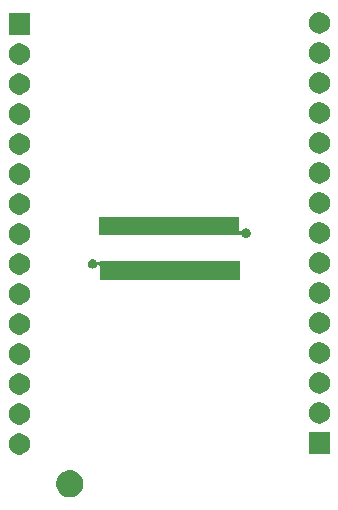
<source format=gbr>
G04 #@! TF.GenerationSoftware,KiCad,Pcbnew,(5.1.6)-1*
G04 #@! TF.CreationDate,2020-12-13T19:23:20+01:00*
G04 #@! TF.ProjectId,ACM Breakout,41434d20-4272-4656-916b-6f75742e6b69,rev?*
G04 #@! TF.SameCoordinates,Original*
G04 #@! TF.FileFunction,Soldermask,Top*
G04 #@! TF.FilePolarity,Negative*
%FSLAX46Y46*%
G04 Gerber Fmt 4.6, Leading zero omitted, Abs format (unit mm)*
G04 Created by KiCad (PCBNEW (5.1.6)-1) date 2020-12-13 19:23:20*
%MOMM*%
%LPD*%
G01*
G04 APERTURE LIST*
%ADD10C,0.100000*%
G04 APERTURE END LIST*
D10*
G36*
X-8197451Y-18783116D02*
G01*
X-8086266Y-18805232D01*
X-7876797Y-18891997D01*
X-7688280Y-19017960D01*
X-7527960Y-19178280D01*
X-7401997Y-19366797D01*
X-7315232Y-19576266D01*
X-7271000Y-19798636D01*
X-7271000Y-20025364D01*
X-7315232Y-20247734D01*
X-7401997Y-20457203D01*
X-7527960Y-20645720D01*
X-7688280Y-20806040D01*
X-7876797Y-20932003D01*
X-8086266Y-21018768D01*
X-8197451Y-21040884D01*
X-8308635Y-21063000D01*
X-8535365Y-21063000D01*
X-8646549Y-21040884D01*
X-8757734Y-21018768D01*
X-8967203Y-20932003D01*
X-9155720Y-20806040D01*
X-9316040Y-20645720D01*
X-9442003Y-20457203D01*
X-9528768Y-20247734D01*
X-9573000Y-20025364D01*
X-9573000Y-19798636D01*
X-9528768Y-19576266D01*
X-9442003Y-19366797D01*
X-9316040Y-19178280D01*
X-9155720Y-19017960D01*
X-8967203Y-18891997D01*
X-8757734Y-18805232D01*
X-8646549Y-18783116D01*
X-8535365Y-18761000D01*
X-8308635Y-18761000D01*
X-8197451Y-18783116D01*
G37*
G36*
X-12586488Y-15663927D02*
G01*
X-12437188Y-15693624D01*
X-12273216Y-15761544D01*
X-12125646Y-15860147D01*
X-12000147Y-15985646D01*
X-11901544Y-16133216D01*
X-11833624Y-16297188D01*
X-11799000Y-16471259D01*
X-11799000Y-16648741D01*
X-11833624Y-16822812D01*
X-11901544Y-16986784D01*
X-12000147Y-17134354D01*
X-12125646Y-17259853D01*
X-12273216Y-17358456D01*
X-12437188Y-17426376D01*
X-12586488Y-17456073D01*
X-12611258Y-17461000D01*
X-12788742Y-17461000D01*
X-12813512Y-17456073D01*
X-12962812Y-17426376D01*
X-13126784Y-17358456D01*
X-13274354Y-17259853D01*
X-13399853Y-17134354D01*
X-13498456Y-16986784D01*
X-13566376Y-16822812D01*
X-13601000Y-16648741D01*
X-13601000Y-16471259D01*
X-13566376Y-16297188D01*
X-13498456Y-16133216D01*
X-13399853Y-15985646D01*
X-13274354Y-15860147D01*
X-13126784Y-15761544D01*
X-12962812Y-15693624D01*
X-12813512Y-15663927D01*
X-12788742Y-15659000D01*
X-12611258Y-15659000D01*
X-12586488Y-15663927D01*
G37*
G36*
X13601000Y-17361000D02*
G01*
X11799000Y-17361000D01*
X11799000Y-15559000D01*
X13601000Y-15559000D01*
X13601000Y-17361000D01*
G37*
G36*
X-12598469Y-13121544D02*
G01*
X-12437188Y-13153624D01*
X-12273216Y-13221544D01*
X-12125646Y-13320147D01*
X-12000147Y-13445646D01*
X-11901544Y-13593216D01*
X-11833624Y-13757188D01*
X-11799000Y-13931259D01*
X-11799000Y-14108741D01*
X-11833624Y-14282812D01*
X-11901544Y-14446784D01*
X-12000147Y-14594354D01*
X-12125646Y-14719853D01*
X-12273216Y-14818456D01*
X-12437188Y-14886376D01*
X-12586488Y-14916073D01*
X-12611258Y-14921000D01*
X-12788742Y-14921000D01*
X-12813512Y-14916073D01*
X-12962812Y-14886376D01*
X-13126784Y-14818456D01*
X-13274354Y-14719853D01*
X-13399853Y-14594354D01*
X-13498456Y-14446784D01*
X-13566376Y-14282812D01*
X-13601000Y-14108741D01*
X-13601000Y-13931259D01*
X-13566376Y-13757188D01*
X-13498456Y-13593216D01*
X-13399853Y-13445646D01*
X-13274354Y-13320147D01*
X-13126784Y-13221544D01*
X-12962812Y-13153624D01*
X-12801531Y-13121544D01*
X-12788742Y-13119000D01*
X-12611258Y-13119000D01*
X-12598469Y-13121544D01*
G37*
G36*
X12813512Y-13023927D02*
G01*
X12962812Y-13053624D01*
X13126784Y-13121544D01*
X13274354Y-13220147D01*
X13399853Y-13345646D01*
X13498456Y-13493216D01*
X13566376Y-13657188D01*
X13601000Y-13831259D01*
X13601000Y-14008741D01*
X13566376Y-14182812D01*
X13498456Y-14346784D01*
X13399853Y-14494354D01*
X13274354Y-14619853D01*
X13126784Y-14718456D01*
X12962812Y-14786376D01*
X12813512Y-14816073D01*
X12788742Y-14821000D01*
X12611258Y-14821000D01*
X12586488Y-14816073D01*
X12437188Y-14786376D01*
X12273216Y-14718456D01*
X12125646Y-14619853D01*
X12000147Y-14494354D01*
X11901544Y-14346784D01*
X11833624Y-14182812D01*
X11799000Y-14008741D01*
X11799000Y-13831259D01*
X11833624Y-13657188D01*
X11901544Y-13493216D01*
X12000147Y-13345646D01*
X12125646Y-13220147D01*
X12273216Y-13121544D01*
X12437188Y-13053624D01*
X12586488Y-13023927D01*
X12611258Y-13019000D01*
X12788742Y-13019000D01*
X12813512Y-13023927D01*
G37*
G36*
X-12598469Y-10581544D02*
G01*
X-12437188Y-10613624D01*
X-12273216Y-10681544D01*
X-12125646Y-10780147D01*
X-12000147Y-10905646D01*
X-11901544Y-11053216D01*
X-11833624Y-11217188D01*
X-11799000Y-11391259D01*
X-11799000Y-11568741D01*
X-11833624Y-11742812D01*
X-11901544Y-11906784D01*
X-12000147Y-12054354D01*
X-12125646Y-12179853D01*
X-12273216Y-12278456D01*
X-12437188Y-12346376D01*
X-12586488Y-12376073D01*
X-12611258Y-12381000D01*
X-12788742Y-12381000D01*
X-12813512Y-12376073D01*
X-12962812Y-12346376D01*
X-13126784Y-12278456D01*
X-13274354Y-12179853D01*
X-13399853Y-12054354D01*
X-13498456Y-11906784D01*
X-13566376Y-11742812D01*
X-13601000Y-11568741D01*
X-13601000Y-11391259D01*
X-13566376Y-11217188D01*
X-13498456Y-11053216D01*
X-13399853Y-10905646D01*
X-13274354Y-10780147D01*
X-13126784Y-10681544D01*
X-12962812Y-10613624D01*
X-12801531Y-10581544D01*
X-12788742Y-10579000D01*
X-12611258Y-10579000D01*
X-12598469Y-10581544D01*
G37*
G36*
X12813512Y-10483927D02*
G01*
X12962812Y-10513624D01*
X13126784Y-10581544D01*
X13274354Y-10680147D01*
X13399853Y-10805646D01*
X13498456Y-10953216D01*
X13566376Y-11117188D01*
X13601000Y-11291259D01*
X13601000Y-11468741D01*
X13566376Y-11642812D01*
X13498456Y-11806784D01*
X13399853Y-11954354D01*
X13274354Y-12079853D01*
X13126784Y-12178456D01*
X12962812Y-12246376D01*
X12813512Y-12276073D01*
X12788742Y-12281000D01*
X12611258Y-12281000D01*
X12586488Y-12276073D01*
X12437188Y-12246376D01*
X12273216Y-12178456D01*
X12125646Y-12079853D01*
X12000147Y-11954354D01*
X11901544Y-11806784D01*
X11833624Y-11642812D01*
X11799000Y-11468741D01*
X11799000Y-11291259D01*
X11833624Y-11117188D01*
X11901544Y-10953216D01*
X12000147Y-10805646D01*
X12125646Y-10680147D01*
X12273216Y-10581544D01*
X12437188Y-10513624D01*
X12586488Y-10483927D01*
X12611258Y-10479000D01*
X12788742Y-10479000D01*
X12813512Y-10483927D01*
G37*
G36*
X-12598469Y-8041544D02*
G01*
X-12437188Y-8073624D01*
X-12273216Y-8141544D01*
X-12125646Y-8240147D01*
X-12000147Y-8365646D01*
X-11901544Y-8513216D01*
X-11833624Y-8677188D01*
X-11799000Y-8851259D01*
X-11799000Y-9028741D01*
X-11833624Y-9202812D01*
X-11901544Y-9366784D01*
X-12000147Y-9514354D01*
X-12125646Y-9639853D01*
X-12273216Y-9738456D01*
X-12437188Y-9806376D01*
X-12586488Y-9836073D01*
X-12611258Y-9841000D01*
X-12788742Y-9841000D01*
X-12813512Y-9836073D01*
X-12962812Y-9806376D01*
X-13126784Y-9738456D01*
X-13274354Y-9639853D01*
X-13399853Y-9514354D01*
X-13498456Y-9366784D01*
X-13566376Y-9202812D01*
X-13601000Y-9028741D01*
X-13601000Y-8851259D01*
X-13566376Y-8677188D01*
X-13498456Y-8513216D01*
X-13399853Y-8365646D01*
X-13274354Y-8240147D01*
X-13126784Y-8141544D01*
X-12962812Y-8073624D01*
X-12801531Y-8041544D01*
X-12788742Y-8039000D01*
X-12611258Y-8039000D01*
X-12598469Y-8041544D01*
G37*
G36*
X12813512Y-7943927D02*
G01*
X12962812Y-7973624D01*
X13126784Y-8041544D01*
X13274354Y-8140147D01*
X13399853Y-8265646D01*
X13498456Y-8413216D01*
X13566376Y-8577188D01*
X13601000Y-8751259D01*
X13601000Y-8928741D01*
X13566376Y-9102812D01*
X13498456Y-9266784D01*
X13399853Y-9414354D01*
X13274354Y-9539853D01*
X13126784Y-9638456D01*
X12962812Y-9706376D01*
X12813512Y-9736073D01*
X12788742Y-9741000D01*
X12611258Y-9741000D01*
X12586488Y-9736073D01*
X12437188Y-9706376D01*
X12273216Y-9638456D01*
X12125646Y-9539853D01*
X12000147Y-9414354D01*
X11901544Y-9266784D01*
X11833624Y-9102812D01*
X11799000Y-8928741D01*
X11799000Y-8751259D01*
X11833624Y-8577188D01*
X11901544Y-8413216D01*
X12000147Y-8265646D01*
X12125646Y-8140147D01*
X12273216Y-8041544D01*
X12437188Y-7973624D01*
X12586488Y-7943927D01*
X12611258Y-7939000D01*
X12788742Y-7939000D01*
X12813512Y-7943927D01*
G37*
G36*
X-12598469Y-5501544D02*
G01*
X-12437188Y-5533624D01*
X-12273216Y-5601544D01*
X-12125646Y-5700147D01*
X-12000147Y-5825646D01*
X-11901544Y-5973216D01*
X-11833624Y-6137188D01*
X-11799000Y-6311259D01*
X-11799000Y-6488741D01*
X-11833624Y-6662812D01*
X-11901544Y-6826784D01*
X-12000147Y-6974354D01*
X-12125646Y-7099853D01*
X-12273216Y-7198456D01*
X-12437188Y-7266376D01*
X-12586488Y-7296073D01*
X-12611258Y-7301000D01*
X-12788742Y-7301000D01*
X-12813512Y-7296073D01*
X-12962812Y-7266376D01*
X-13126784Y-7198456D01*
X-13274354Y-7099853D01*
X-13399853Y-6974354D01*
X-13498456Y-6826784D01*
X-13566376Y-6662812D01*
X-13601000Y-6488741D01*
X-13601000Y-6311259D01*
X-13566376Y-6137188D01*
X-13498456Y-5973216D01*
X-13399853Y-5825646D01*
X-13274354Y-5700147D01*
X-13126784Y-5601544D01*
X-12962812Y-5533624D01*
X-12801531Y-5501544D01*
X-12788742Y-5499000D01*
X-12611258Y-5499000D01*
X-12598469Y-5501544D01*
G37*
G36*
X12813512Y-5403927D02*
G01*
X12962812Y-5433624D01*
X13126784Y-5501544D01*
X13274354Y-5600147D01*
X13399853Y-5725646D01*
X13498456Y-5873216D01*
X13566376Y-6037188D01*
X13601000Y-6211259D01*
X13601000Y-6388741D01*
X13566376Y-6562812D01*
X13498456Y-6726784D01*
X13399853Y-6874354D01*
X13274354Y-6999853D01*
X13126784Y-7098456D01*
X12962812Y-7166376D01*
X12813512Y-7196073D01*
X12788742Y-7201000D01*
X12611258Y-7201000D01*
X12586488Y-7196073D01*
X12437188Y-7166376D01*
X12273216Y-7098456D01*
X12125646Y-6999853D01*
X12000147Y-6874354D01*
X11901544Y-6726784D01*
X11833624Y-6562812D01*
X11799000Y-6388741D01*
X11799000Y-6211259D01*
X11833624Y-6037188D01*
X11901544Y-5873216D01*
X12000147Y-5725646D01*
X12125646Y-5600147D01*
X12273216Y-5501544D01*
X12437188Y-5433624D01*
X12586488Y-5403927D01*
X12611258Y-5399000D01*
X12788742Y-5399000D01*
X12813512Y-5403927D01*
G37*
G36*
X-12598469Y-2961544D02*
G01*
X-12437188Y-2993624D01*
X-12273216Y-3061544D01*
X-12125646Y-3160147D01*
X-12000147Y-3285646D01*
X-11901544Y-3433216D01*
X-11833624Y-3597188D01*
X-11799000Y-3771259D01*
X-11799000Y-3948741D01*
X-11833624Y-4122812D01*
X-11901544Y-4286784D01*
X-12000147Y-4434354D01*
X-12125646Y-4559853D01*
X-12273216Y-4658456D01*
X-12437188Y-4726376D01*
X-12586488Y-4756073D01*
X-12611258Y-4761000D01*
X-12788742Y-4761000D01*
X-12813512Y-4756073D01*
X-12962812Y-4726376D01*
X-13126784Y-4658456D01*
X-13274354Y-4559853D01*
X-13399853Y-4434354D01*
X-13498456Y-4286784D01*
X-13566376Y-4122812D01*
X-13601000Y-3948741D01*
X-13601000Y-3771259D01*
X-13566376Y-3597188D01*
X-13498456Y-3433216D01*
X-13399853Y-3285646D01*
X-13274354Y-3160147D01*
X-13126784Y-3061544D01*
X-12962812Y-2993624D01*
X-12801531Y-2961544D01*
X-12788742Y-2959000D01*
X-12611258Y-2959000D01*
X-12598469Y-2961544D01*
G37*
G36*
X12813512Y-2863927D02*
G01*
X12962812Y-2893624D01*
X13126784Y-2961544D01*
X13274354Y-3060147D01*
X13399853Y-3185646D01*
X13498456Y-3333216D01*
X13566376Y-3497188D01*
X13601000Y-3671259D01*
X13601000Y-3848741D01*
X13566376Y-4022812D01*
X13498456Y-4186784D01*
X13399853Y-4334354D01*
X13274354Y-4459853D01*
X13126784Y-4558456D01*
X12962812Y-4626376D01*
X12813512Y-4656073D01*
X12788742Y-4661000D01*
X12611258Y-4661000D01*
X12586488Y-4656073D01*
X12437188Y-4626376D01*
X12273216Y-4558456D01*
X12125646Y-4459853D01*
X12000147Y-4334354D01*
X11901544Y-4186784D01*
X11833624Y-4022812D01*
X11799000Y-3848741D01*
X11799000Y-3671259D01*
X11833624Y-3497188D01*
X11901544Y-3333216D01*
X12000147Y-3185646D01*
X12125646Y-3060147D01*
X12273216Y-2961544D01*
X12437188Y-2893624D01*
X12586488Y-2863927D01*
X12611258Y-2859000D01*
X12788742Y-2859000D01*
X12813512Y-2863927D01*
G37*
G36*
X-6421769Y-906705D02*
G01*
X-6383033Y-914410D01*
X-6352805Y-926931D01*
X-6310056Y-944638D01*
X-6244378Y-988523D01*
X-6188523Y-1044378D01*
X-6144639Y-1110055D01*
X-6141083Y-1118640D01*
X-6129531Y-1140250D01*
X-6113986Y-1159192D01*
X-6095044Y-1174737D01*
X-6073433Y-1186288D01*
X-6049984Y-1193401D01*
X-6025598Y-1195803D01*
X-6001212Y-1193401D01*
X-5977763Y-1186288D01*
X-5956153Y-1174736D01*
X-5937211Y-1159191D01*
X-5921666Y-1140249D01*
X-5910115Y-1118638D01*
X-5904158Y-1099000D01*
X5951400Y-1099000D01*
X5951400Y-2701000D01*
X-5900600Y-2701000D01*
X-5900600Y-1529196D01*
X-5903002Y-1504810D01*
X-5910115Y-1481361D01*
X-5921666Y-1459750D01*
X-5937211Y-1440808D01*
X-5956153Y-1425263D01*
X-5977764Y-1413712D01*
X-6001213Y-1406599D01*
X-6025599Y-1404197D01*
X-6049985Y-1406599D01*
X-6073434Y-1413712D01*
X-6095045Y-1425263D01*
X-6113987Y-1440808D01*
X-6129532Y-1459750D01*
X-6141083Y-1481360D01*
X-6144639Y-1489945D01*
X-6188523Y-1555622D01*
X-6244378Y-1611477D01*
X-6310056Y-1655362D01*
X-6352805Y-1673069D01*
X-6383033Y-1685590D01*
X-6421769Y-1693295D01*
X-6460504Y-1701000D01*
X-6539496Y-1701000D01*
X-6578231Y-1693295D01*
X-6616967Y-1685590D01*
X-6647195Y-1673069D01*
X-6689944Y-1655362D01*
X-6755622Y-1611477D01*
X-6811477Y-1555622D01*
X-6855362Y-1489944D01*
X-6873069Y-1447195D01*
X-6885590Y-1416967D01*
X-6901000Y-1339495D01*
X-6901000Y-1260505D01*
X-6895182Y-1231258D01*
X-6885590Y-1183034D01*
X-6882153Y-1174737D01*
X-6873069Y-1152805D01*
X-6855362Y-1110056D01*
X-6811477Y-1044378D01*
X-6755622Y-988523D01*
X-6689944Y-944638D01*
X-6647195Y-926931D01*
X-6616967Y-914410D01*
X-6578231Y-906705D01*
X-6539496Y-899000D01*
X-6460504Y-899000D01*
X-6421769Y-906705D01*
G37*
G36*
X-12598469Y-421544D02*
G01*
X-12437188Y-453624D01*
X-12273216Y-521544D01*
X-12125646Y-620147D01*
X-12000147Y-745646D01*
X-11901544Y-893216D01*
X-11833624Y-1057188D01*
X-11799000Y-1231259D01*
X-11799000Y-1408741D01*
X-11833624Y-1582812D01*
X-11901544Y-1746784D01*
X-12000147Y-1894354D01*
X-12125646Y-2019853D01*
X-12273216Y-2118456D01*
X-12437188Y-2186376D01*
X-12586488Y-2216073D01*
X-12611258Y-2221000D01*
X-12788742Y-2221000D01*
X-12813512Y-2216073D01*
X-12962812Y-2186376D01*
X-13126784Y-2118456D01*
X-13274354Y-2019853D01*
X-13399853Y-1894354D01*
X-13498456Y-1746784D01*
X-13566376Y-1582812D01*
X-13601000Y-1408741D01*
X-13601000Y-1231259D01*
X-13566376Y-1057188D01*
X-13498456Y-893216D01*
X-13399853Y-745646D01*
X-13274354Y-620147D01*
X-13126784Y-521544D01*
X-12962812Y-453624D01*
X-12801531Y-421544D01*
X-12788742Y-419000D01*
X-12611258Y-419000D01*
X-12598469Y-421544D01*
G37*
G36*
X12813512Y-323927D02*
G01*
X12962812Y-353624D01*
X13126784Y-421544D01*
X13274354Y-520147D01*
X13399853Y-645646D01*
X13498456Y-793216D01*
X13566376Y-957188D01*
X13601000Y-1131259D01*
X13601000Y-1308741D01*
X13566376Y-1482812D01*
X13498456Y-1646784D01*
X13399853Y-1794354D01*
X13274354Y-1919853D01*
X13126784Y-2018456D01*
X12962812Y-2086376D01*
X12813512Y-2116073D01*
X12788742Y-2121000D01*
X12611258Y-2121000D01*
X12586488Y-2116073D01*
X12437188Y-2086376D01*
X12273216Y-2018456D01*
X12125646Y-1919853D01*
X12000147Y-1794354D01*
X11901544Y-1646784D01*
X11833624Y-1482812D01*
X11799000Y-1308741D01*
X11799000Y-1131259D01*
X11833624Y-957188D01*
X11901544Y-793216D01*
X12000147Y-645646D01*
X12125646Y-520147D01*
X12273216Y-421544D01*
X12437188Y-353624D01*
X12586488Y-323927D01*
X12611258Y-319000D01*
X12788742Y-319000D01*
X12813512Y-323927D01*
G37*
G36*
X-12598469Y2118456D02*
G01*
X-12437188Y2086376D01*
X-12273216Y2018456D01*
X-12125646Y1919853D01*
X-12000147Y1794354D01*
X-11901544Y1646784D01*
X-11833624Y1482812D01*
X-11799000Y1308741D01*
X-11799000Y1131259D01*
X-11833624Y957188D01*
X-11901544Y793216D01*
X-12000147Y645646D01*
X-12125646Y520147D01*
X-12273216Y421544D01*
X-12437188Y353624D01*
X-12586488Y323927D01*
X-12611258Y319000D01*
X-12788742Y319000D01*
X-12813512Y323927D01*
X-12962812Y353624D01*
X-13126784Y421544D01*
X-13274354Y520147D01*
X-13399853Y645646D01*
X-13498456Y793216D01*
X-13566376Y957188D01*
X-13601000Y1131259D01*
X-13601000Y1308741D01*
X-13566376Y1482812D01*
X-13498456Y1646784D01*
X-13399853Y1794354D01*
X-13274354Y1919853D01*
X-13126784Y2018456D01*
X-12962812Y2086376D01*
X-12801531Y2118456D01*
X-12788742Y2121000D01*
X-12611258Y2121000D01*
X-12598469Y2118456D01*
G37*
G36*
X12813512Y2216073D02*
G01*
X12962812Y2186376D01*
X13126784Y2118456D01*
X13274354Y2019853D01*
X13399853Y1894354D01*
X13498456Y1746784D01*
X13566376Y1582812D01*
X13601000Y1408741D01*
X13601000Y1231259D01*
X13566376Y1057188D01*
X13498456Y893216D01*
X13399853Y745646D01*
X13274354Y620147D01*
X13126784Y521544D01*
X12962812Y453624D01*
X12813512Y423927D01*
X12788742Y419000D01*
X12611258Y419000D01*
X12586488Y423927D01*
X12437188Y453624D01*
X12273216Y521544D01*
X12125646Y620147D01*
X12000147Y745646D01*
X11901544Y893216D01*
X11833624Y1057188D01*
X11799000Y1231259D01*
X11799000Y1408741D01*
X11833624Y1582812D01*
X11901544Y1746784D01*
X12000147Y1894354D01*
X12125646Y2019853D01*
X12273216Y2118456D01*
X12437188Y2186376D01*
X12586488Y2216073D01*
X12611258Y2221000D01*
X12788742Y2221000D01*
X12813512Y2216073D01*
G37*
G36*
X5926000Y1574795D02*
G01*
X5928402Y1550409D01*
X5935515Y1526960D01*
X5947066Y1505349D01*
X5962611Y1486407D01*
X5981553Y1470862D01*
X6003164Y1459311D01*
X6026613Y1452198D01*
X6050999Y1449796D01*
X6075385Y1452198D01*
X6098834Y1459311D01*
X6120445Y1470862D01*
X6139387Y1486407D01*
X6154932Y1505350D01*
X6188521Y1555620D01*
X6244378Y1611477D01*
X6310056Y1655362D01*
X6352805Y1673069D01*
X6383033Y1685590D01*
X6421769Y1693295D01*
X6460504Y1701000D01*
X6539496Y1701000D01*
X6578231Y1693295D01*
X6616967Y1685590D01*
X6647195Y1673069D01*
X6689944Y1655362D01*
X6755622Y1611477D01*
X6811477Y1555622D01*
X6855362Y1489944D01*
X6885590Y1416966D01*
X6901000Y1339496D01*
X6901000Y1260504D01*
X6885590Y1183034D01*
X6855362Y1110056D01*
X6811477Y1044378D01*
X6755622Y988523D01*
X6689944Y944638D01*
X6647195Y926931D01*
X6616967Y914410D01*
X6578231Y906705D01*
X6539496Y899000D01*
X6460504Y899000D01*
X6421769Y906705D01*
X6383033Y914410D01*
X6352805Y926931D01*
X6310056Y944638D01*
X6244378Y988523D01*
X6188521Y1044380D01*
X6154932Y1094650D01*
X6139387Y1113592D01*
X6120445Y1129137D01*
X6098835Y1140689D01*
X6075386Y1147802D01*
X6051000Y1150204D01*
X6026614Y1147802D01*
X6003165Y1140689D01*
X5981554Y1129138D01*
X5962612Y1113593D01*
X5950636Y1099000D01*
X-5926000Y1099000D01*
X-5926000Y2701000D01*
X5926000Y2701000D01*
X5926000Y1574795D01*
G37*
G36*
X-12598469Y4658456D02*
G01*
X-12437188Y4626376D01*
X-12273216Y4558456D01*
X-12125646Y4459853D01*
X-12000147Y4334354D01*
X-11901544Y4186784D01*
X-11833624Y4022812D01*
X-11799000Y3848741D01*
X-11799000Y3671259D01*
X-11833624Y3497188D01*
X-11901544Y3333216D01*
X-12000147Y3185646D01*
X-12125646Y3060147D01*
X-12273216Y2961544D01*
X-12437188Y2893624D01*
X-12586488Y2863927D01*
X-12611258Y2859000D01*
X-12788742Y2859000D01*
X-12813512Y2863927D01*
X-12962812Y2893624D01*
X-13126784Y2961544D01*
X-13274354Y3060147D01*
X-13399853Y3185646D01*
X-13498456Y3333216D01*
X-13566376Y3497188D01*
X-13601000Y3671259D01*
X-13601000Y3848741D01*
X-13566376Y4022812D01*
X-13498456Y4186784D01*
X-13399853Y4334354D01*
X-13274354Y4459853D01*
X-13126784Y4558456D01*
X-12962812Y4626376D01*
X-12801531Y4658456D01*
X-12788742Y4661000D01*
X-12611258Y4661000D01*
X-12598469Y4658456D01*
G37*
G36*
X12813512Y4756073D02*
G01*
X12962812Y4726376D01*
X13126784Y4658456D01*
X13274354Y4559853D01*
X13399853Y4434354D01*
X13498456Y4286784D01*
X13566376Y4122812D01*
X13601000Y3948741D01*
X13601000Y3771259D01*
X13566376Y3597188D01*
X13498456Y3433216D01*
X13399853Y3285646D01*
X13274354Y3160147D01*
X13126784Y3061544D01*
X12962812Y2993624D01*
X12813512Y2963927D01*
X12788742Y2959000D01*
X12611258Y2959000D01*
X12586488Y2963927D01*
X12437188Y2993624D01*
X12273216Y3061544D01*
X12125646Y3160147D01*
X12000147Y3285646D01*
X11901544Y3433216D01*
X11833624Y3597188D01*
X11799000Y3771259D01*
X11799000Y3948741D01*
X11833624Y4122812D01*
X11901544Y4286784D01*
X12000147Y4434354D01*
X12125646Y4559853D01*
X12273216Y4658456D01*
X12437188Y4726376D01*
X12586488Y4756073D01*
X12611258Y4761000D01*
X12788742Y4761000D01*
X12813512Y4756073D01*
G37*
G36*
X-12598469Y7198456D02*
G01*
X-12437188Y7166376D01*
X-12273216Y7098456D01*
X-12125646Y6999853D01*
X-12000147Y6874354D01*
X-11901544Y6726784D01*
X-11833624Y6562812D01*
X-11799000Y6388741D01*
X-11799000Y6211259D01*
X-11833624Y6037188D01*
X-11901544Y5873216D01*
X-12000147Y5725646D01*
X-12125646Y5600147D01*
X-12273216Y5501544D01*
X-12437188Y5433624D01*
X-12586488Y5403927D01*
X-12611258Y5399000D01*
X-12788742Y5399000D01*
X-12813512Y5403927D01*
X-12962812Y5433624D01*
X-13126784Y5501544D01*
X-13274354Y5600147D01*
X-13399853Y5725646D01*
X-13498456Y5873216D01*
X-13566376Y6037188D01*
X-13601000Y6211259D01*
X-13601000Y6388741D01*
X-13566376Y6562812D01*
X-13498456Y6726784D01*
X-13399853Y6874354D01*
X-13274354Y6999853D01*
X-13126784Y7098456D01*
X-12962812Y7166376D01*
X-12801531Y7198456D01*
X-12788742Y7201000D01*
X-12611258Y7201000D01*
X-12598469Y7198456D01*
G37*
G36*
X12813512Y7296073D02*
G01*
X12962812Y7266376D01*
X13126784Y7198456D01*
X13274354Y7099853D01*
X13399853Y6974354D01*
X13498456Y6826784D01*
X13566376Y6662812D01*
X13601000Y6488741D01*
X13601000Y6311259D01*
X13566376Y6137188D01*
X13498456Y5973216D01*
X13399853Y5825646D01*
X13274354Y5700147D01*
X13126784Y5601544D01*
X12962812Y5533624D01*
X12813512Y5503927D01*
X12788742Y5499000D01*
X12611258Y5499000D01*
X12586488Y5503927D01*
X12437188Y5533624D01*
X12273216Y5601544D01*
X12125646Y5700147D01*
X12000147Y5825646D01*
X11901544Y5973216D01*
X11833624Y6137188D01*
X11799000Y6311259D01*
X11799000Y6488741D01*
X11833624Y6662812D01*
X11901544Y6826784D01*
X12000147Y6974354D01*
X12125646Y7099853D01*
X12273216Y7198456D01*
X12437188Y7266376D01*
X12586488Y7296073D01*
X12611258Y7301000D01*
X12788742Y7301000D01*
X12813512Y7296073D01*
G37*
G36*
X-12598469Y9738456D02*
G01*
X-12437188Y9706376D01*
X-12273216Y9638456D01*
X-12125646Y9539853D01*
X-12000147Y9414354D01*
X-11901544Y9266784D01*
X-11833624Y9102812D01*
X-11799000Y8928741D01*
X-11799000Y8751259D01*
X-11833624Y8577188D01*
X-11901544Y8413216D01*
X-12000147Y8265646D01*
X-12125646Y8140147D01*
X-12273216Y8041544D01*
X-12437188Y7973624D01*
X-12586488Y7943927D01*
X-12611258Y7939000D01*
X-12788742Y7939000D01*
X-12813512Y7943927D01*
X-12962812Y7973624D01*
X-13126784Y8041544D01*
X-13274354Y8140147D01*
X-13399853Y8265646D01*
X-13498456Y8413216D01*
X-13566376Y8577188D01*
X-13601000Y8751259D01*
X-13601000Y8928741D01*
X-13566376Y9102812D01*
X-13498456Y9266784D01*
X-13399853Y9414354D01*
X-13274354Y9539853D01*
X-13126784Y9638456D01*
X-12962812Y9706376D01*
X-12801531Y9738456D01*
X-12788742Y9741000D01*
X-12611258Y9741000D01*
X-12598469Y9738456D01*
G37*
G36*
X12813512Y9836073D02*
G01*
X12962812Y9806376D01*
X13126784Y9738456D01*
X13274354Y9639853D01*
X13399853Y9514354D01*
X13498456Y9366784D01*
X13566376Y9202812D01*
X13601000Y9028741D01*
X13601000Y8851259D01*
X13566376Y8677188D01*
X13498456Y8513216D01*
X13399853Y8365646D01*
X13274354Y8240147D01*
X13126784Y8141544D01*
X12962812Y8073624D01*
X12813512Y8043927D01*
X12788742Y8039000D01*
X12611258Y8039000D01*
X12586488Y8043927D01*
X12437188Y8073624D01*
X12273216Y8141544D01*
X12125646Y8240147D01*
X12000147Y8365646D01*
X11901544Y8513216D01*
X11833624Y8677188D01*
X11799000Y8851259D01*
X11799000Y9028741D01*
X11833624Y9202812D01*
X11901544Y9366784D01*
X12000147Y9514354D01*
X12125646Y9639853D01*
X12273216Y9738456D01*
X12437188Y9806376D01*
X12586488Y9836073D01*
X12611258Y9841000D01*
X12788742Y9841000D01*
X12813512Y9836073D01*
G37*
G36*
X-12598469Y12278456D02*
G01*
X-12437188Y12246376D01*
X-12273216Y12178456D01*
X-12125646Y12079853D01*
X-12000147Y11954354D01*
X-11901544Y11806784D01*
X-11833624Y11642812D01*
X-11799000Y11468741D01*
X-11799000Y11291259D01*
X-11833624Y11117188D01*
X-11901544Y10953216D01*
X-12000147Y10805646D01*
X-12125646Y10680147D01*
X-12273216Y10581544D01*
X-12437188Y10513624D01*
X-12586488Y10483927D01*
X-12611258Y10479000D01*
X-12788742Y10479000D01*
X-12813512Y10483927D01*
X-12962812Y10513624D01*
X-13126784Y10581544D01*
X-13274354Y10680147D01*
X-13399853Y10805646D01*
X-13498456Y10953216D01*
X-13566376Y11117188D01*
X-13601000Y11291259D01*
X-13601000Y11468741D01*
X-13566376Y11642812D01*
X-13498456Y11806784D01*
X-13399853Y11954354D01*
X-13274354Y12079853D01*
X-13126784Y12178456D01*
X-12962812Y12246376D01*
X-12801531Y12278456D01*
X-12788742Y12281000D01*
X-12611258Y12281000D01*
X-12598469Y12278456D01*
G37*
G36*
X12813512Y12376073D02*
G01*
X12962812Y12346376D01*
X13126784Y12278456D01*
X13274354Y12179853D01*
X13399853Y12054354D01*
X13498456Y11906784D01*
X13566376Y11742812D01*
X13601000Y11568741D01*
X13601000Y11391259D01*
X13566376Y11217188D01*
X13498456Y11053216D01*
X13399853Y10905646D01*
X13274354Y10780147D01*
X13126784Y10681544D01*
X12962812Y10613624D01*
X12813512Y10583927D01*
X12788742Y10579000D01*
X12611258Y10579000D01*
X12586488Y10583927D01*
X12437188Y10613624D01*
X12273216Y10681544D01*
X12125646Y10780147D01*
X12000147Y10905646D01*
X11901544Y11053216D01*
X11833624Y11217188D01*
X11799000Y11391259D01*
X11799000Y11568741D01*
X11833624Y11742812D01*
X11901544Y11906784D01*
X12000147Y12054354D01*
X12125646Y12179853D01*
X12273216Y12278456D01*
X12437188Y12346376D01*
X12586488Y12376073D01*
X12611258Y12381000D01*
X12788742Y12381000D01*
X12813512Y12376073D01*
G37*
G36*
X-12598469Y14818456D02*
G01*
X-12437188Y14786376D01*
X-12273216Y14718456D01*
X-12125646Y14619853D01*
X-12000147Y14494354D01*
X-11901544Y14346784D01*
X-11833624Y14182812D01*
X-11799000Y14008741D01*
X-11799000Y13831259D01*
X-11833624Y13657188D01*
X-11901544Y13493216D01*
X-12000147Y13345646D01*
X-12125646Y13220147D01*
X-12273216Y13121544D01*
X-12437188Y13053624D01*
X-12586488Y13023927D01*
X-12611258Y13019000D01*
X-12788742Y13019000D01*
X-12813512Y13023927D01*
X-12962812Y13053624D01*
X-13126784Y13121544D01*
X-13274354Y13220147D01*
X-13399853Y13345646D01*
X-13498456Y13493216D01*
X-13566376Y13657188D01*
X-13601000Y13831259D01*
X-13601000Y14008741D01*
X-13566376Y14182812D01*
X-13498456Y14346784D01*
X-13399853Y14494354D01*
X-13274354Y14619853D01*
X-13126784Y14718456D01*
X-12962812Y14786376D01*
X-12801531Y14818456D01*
X-12788742Y14821000D01*
X-12611258Y14821000D01*
X-12598469Y14818456D01*
G37*
G36*
X12813512Y14916073D02*
G01*
X12962812Y14886376D01*
X13126784Y14818456D01*
X13274354Y14719853D01*
X13399853Y14594354D01*
X13498456Y14446784D01*
X13566376Y14282812D01*
X13601000Y14108741D01*
X13601000Y13931259D01*
X13566376Y13757188D01*
X13498456Y13593216D01*
X13399853Y13445646D01*
X13274354Y13320147D01*
X13126784Y13221544D01*
X12962812Y13153624D01*
X12813512Y13123927D01*
X12788742Y13119000D01*
X12611258Y13119000D01*
X12586488Y13123927D01*
X12437188Y13153624D01*
X12273216Y13221544D01*
X12125646Y13320147D01*
X12000147Y13445646D01*
X11901544Y13593216D01*
X11833624Y13757188D01*
X11799000Y13931259D01*
X11799000Y14108741D01*
X11833624Y14282812D01*
X11901544Y14446784D01*
X12000147Y14594354D01*
X12125646Y14719853D01*
X12273216Y14818456D01*
X12437188Y14886376D01*
X12586488Y14916073D01*
X12611258Y14921000D01*
X12788742Y14921000D01*
X12813512Y14916073D01*
G37*
G36*
X-12598469Y17358456D02*
G01*
X-12437188Y17326376D01*
X-12273216Y17258456D01*
X-12125646Y17159853D01*
X-12000147Y17034354D01*
X-11901544Y16886784D01*
X-11833624Y16722812D01*
X-11799000Y16548741D01*
X-11799000Y16371259D01*
X-11833624Y16197188D01*
X-11901544Y16033216D01*
X-12000147Y15885646D01*
X-12125646Y15760147D01*
X-12273216Y15661544D01*
X-12437188Y15593624D01*
X-12586488Y15563927D01*
X-12611258Y15559000D01*
X-12788742Y15559000D01*
X-12813512Y15563927D01*
X-12962812Y15593624D01*
X-13126784Y15661544D01*
X-13274354Y15760147D01*
X-13399853Y15885646D01*
X-13498456Y16033216D01*
X-13566376Y16197188D01*
X-13601000Y16371259D01*
X-13601000Y16548741D01*
X-13566376Y16722812D01*
X-13498456Y16886784D01*
X-13399853Y17034354D01*
X-13274354Y17159853D01*
X-13126784Y17258456D01*
X-12962812Y17326376D01*
X-12801531Y17358456D01*
X-12788742Y17361000D01*
X-12611258Y17361000D01*
X-12598469Y17358456D01*
G37*
G36*
X12813512Y17456073D02*
G01*
X12962812Y17426376D01*
X13126784Y17358456D01*
X13274354Y17259853D01*
X13399853Y17134354D01*
X13498456Y16986784D01*
X13566376Y16822812D01*
X13601000Y16648741D01*
X13601000Y16471259D01*
X13566376Y16297188D01*
X13498456Y16133216D01*
X13399853Y15985646D01*
X13274354Y15860147D01*
X13126784Y15761544D01*
X12962812Y15693624D01*
X12813512Y15663927D01*
X12788742Y15659000D01*
X12611258Y15659000D01*
X12586488Y15663927D01*
X12437188Y15693624D01*
X12273216Y15761544D01*
X12125646Y15860147D01*
X12000147Y15985646D01*
X11901544Y16133216D01*
X11833624Y16297188D01*
X11799000Y16471259D01*
X11799000Y16648741D01*
X11833624Y16822812D01*
X11901544Y16986784D01*
X12000147Y17134354D01*
X12125646Y17259853D01*
X12273216Y17358456D01*
X12437188Y17426376D01*
X12586488Y17456073D01*
X12611258Y17461000D01*
X12788742Y17461000D01*
X12813512Y17456073D01*
G37*
G36*
X-11799000Y18099000D02*
G01*
X-13601000Y18099000D01*
X-13601000Y19901000D01*
X-11799000Y19901000D01*
X-11799000Y18099000D01*
G37*
G36*
X12813512Y19996073D02*
G01*
X12962812Y19966376D01*
X13126784Y19898456D01*
X13274354Y19799853D01*
X13399853Y19674354D01*
X13498456Y19526784D01*
X13566376Y19362812D01*
X13601000Y19188741D01*
X13601000Y19011259D01*
X13566376Y18837188D01*
X13498456Y18673216D01*
X13399853Y18525646D01*
X13274354Y18400147D01*
X13126784Y18301544D01*
X12962812Y18233624D01*
X12813512Y18203927D01*
X12788742Y18199000D01*
X12611258Y18199000D01*
X12586488Y18203927D01*
X12437188Y18233624D01*
X12273216Y18301544D01*
X12125646Y18400147D01*
X12000147Y18525646D01*
X11901544Y18673216D01*
X11833624Y18837188D01*
X11799000Y19011259D01*
X11799000Y19188741D01*
X11833624Y19362812D01*
X11901544Y19526784D01*
X12000147Y19674354D01*
X12125646Y19799853D01*
X12273216Y19898456D01*
X12437188Y19966376D01*
X12586488Y19996073D01*
X12611258Y20001000D01*
X12788742Y20001000D01*
X12813512Y19996073D01*
G37*
M02*

</source>
